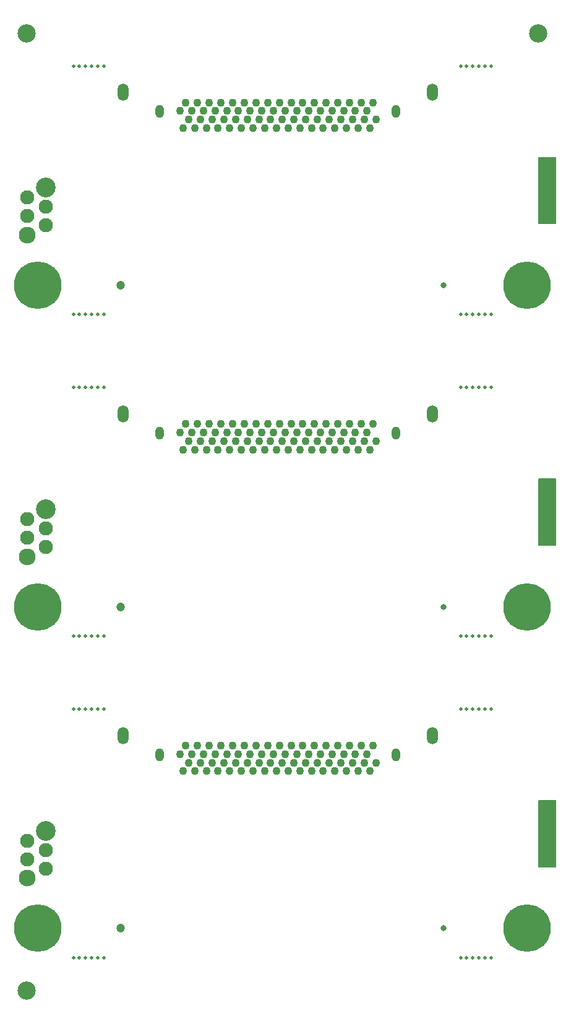
<source format=gbs>
G04 #@! TF.GenerationSoftware,KiCad,Pcbnew,8.0.6*
G04 #@! TF.CreationDate,2024-11-07T02:27:12-08:00*
G04 #@! TF.ProjectId,hvd-68-vhdci-panel,6876642d-3638-42d7-9668-6463692d7061,1*
G04 #@! TF.SameCoordinates,Original*
G04 #@! TF.FileFunction,Soldermask,Bot*
G04 #@! TF.FilePolarity,Negative*
%FSLAX46Y46*%
G04 Gerber Fmt 4.6, Leading zero omitted, Abs format (unit mm)*
G04 Created by KiCad (PCBNEW 8.0.6) date 2024-11-07 02:27:12*
%MOMM*%
%LPD*%
G01*
G04 APERTURE LIST*
%ADD10C,0.500000*%
%ADD11C,2.300000*%
%ADD12C,2.700000*%
%ADD13C,1.950000*%
%ADD14C,6.500000*%
%ADD15C,1.100000*%
%ADD16O,1.500000X2.350000*%
%ADD17O,1.200000X1.800000*%
%ADD18C,0.800000*%
%ADD19C,1.200000*%
%ADD20C,2.500000*%
G04 APERTURE END LIST*
D10*
G04 #@! TO.C,KiKit_MB_12_2*
X-62739400Y7002000D03*
G04 #@! TD*
G04 #@! TO.C,KiKit_MB_6_5*
X-62739400Y85002000D03*
G04 #@! TD*
G04 #@! TO.C,KiKit_MB_5_3*
X-10579801Y51002000D03*
G04 #@! TD*
G04 #@! TO.C,KiKit_MB_3_1*
X-13101000Y129002000D03*
G04 #@! TD*
G04 #@! TO.C,KiKit_MB_8_2*
X-62739400Y51002000D03*
G04 #@! TD*
G04 #@! TO.C,KiKit_MB_8_4*
X-64420199Y51002000D03*
G04 #@! TD*
G04 #@! TO.C,KiKit_MB_7_5*
X-9739401Y85002000D03*
G04 #@! TD*
G04 #@! TO.C,KiKit_MB_8_3*
X-63579800Y51002000D03*
G04 #@! TD*
G04 #@! TO.C,KiKit_MB_6_2*
X-65260599Y85002000D03*
G04 #@! TD*
G04 #@! TO.C,KiKit_MB_3_5*
X-9739401Y129002000D03*
G04 #@! TD*
G04 #@! TO.C,KiKit_MB_7_4*
X-10579801Y85002000D03*
G04 #@! TD*
G04 #@! TO.C,KiKit_MB_12_5*
X-65260599Y7002000D03*
G04 #@! TD*
G04 #@! TO.C,KiKit_MB_6_4*
X-63579800Y85002000D03*
G04 #@! TD*
G04 #@! TO.C,KiKit_MB_6_6*
X-61899000Y85002000D03*
G04 #@! TD*
D11*
G04 #@! TO.C,J3*
X-72440000Y17872000D03*
D12*
X-69900000Y24342000D03*
D13*
X-72440000Y23012000D03*
X-69900000Y21742000D03*
X-72440000Y20472000D03*
X-69900000Y19202000D03*
G04 #@! TD*
D14*
G04 #@! TO.C,H3*
X-71000000Y11002000D03*
G04 #@! TD*
D10*
G04 #@! TO.C,KiKit_MB_4_4*
X-64420199Y95002000D03*
G04 #@! TD*
G04 #@! TO.C,KiKit_MB_9_6*
X-13101000Y7002000D03*
G04 #@! TD*
G04 #@! TO.C,KiKit_MB_1_2*
X-9739401Y95002000D03*
G04 #@! TD*
D14*
G04 #@! TO.C,H3*
X-71000000Y99002000D03*
G04 #@! TD*
D10*
G04 #@! TO.C,KiKit_MB_12_3*
X-63579800Y7002000D03*
G04 #@! TD*
G04 #@! TO.C,KiKit_MB_10_3*
X-64420199Y41002000D03*
G04 #@! TD*
G04 #@! TO.C,KiKit_MB_7_3*
X-11420200Y85002000D03*
G04 #@! TD*
G04 #@! TO.C,KiKit_MB_11_2*
X-12260600Y41002000D03*
G04 #@! TD*
G04 #@! TO.C,KiKit_MB_10_4*
X-63579800Y41002000D03*
G04 #@! TD*
D11*
G04 #@! TO.C,J3*
X-72440000Y105872000D03*
D12*
X-69900000Y112342000D03*
D13*
X-72440000Y111012000D03*
X-69900000Y109742000D03*
X-72440000Y108472000D03*
X-69900000Y107202000D03*
G04 #@! TD*
D10*
G04 #@! TO.C,KiKit_MB_7_1*
X-13101000Y85002000D03*
G04 #@! TD*
G04 #@! TO.C,KiKit_MB_3_3*
X-11420200Y129002000D03*
G04 #@! TD*
G04 #@! TO.C,KiKit_MB_2_4*
X-63579800Y129002000D03*
G04 #@! TD*
G04 #@! TO.C,KiKit_MB_12_4*
X-64420199Y7002000D03*
G04 #@! TD*
G04 #@! TO.C,KiKit_MB_7_6*
X-8899001Y85002000D03*
G04 #@! TD*
G04 #@! TO.C,KiKit_MB_4_3*
X-63579800Y95002000D03*
G04 #@! TD*
D11*
G04 #@! TO.C,J3*
X-72440000Y61872000D03*
D12*
X-69900000Y68342000D03*
D13*
X-72440000Y67012000D03*
X-69900000Y65742000D03*
X-72440000Y64472000D03*
X-69900000Y63202000D03*
G04 #@! TD*
D15*
G04 #@! TO.C,J4*
X-51100000Y32517000D03*
X-50300000Y33667000D03*
X-49500000Y32517000D03*
X-48700000Y33667000D03*
X-47900000Y32517000D03*
X-47100000Y33667000D03*
X-46300000Y32517000D03*
X-45500000Y33667000D03*
X-44700000Y32517000D03*
X-43900000Y33667000D03*
X-43100000Y32517000D03*
X-42300000Y33667000D03*
X-41500000Y32517000D03*
X-40700000Y33667000D03*
X-39900000Y32517000D03*
X-39100000Y33667000D03*
X-38300000Y32517000D03*
X-37500000Y33667000D03*
X-36700000Y32517000D03*
X-35900000Y33667000D03*
X-35100000Y32517000D03*
X-34300000Y33667000D03*
X-33500000Y32517000D03*
X-32700000Y33667000D03*
X-31900000Y32517000D03*
X-31100000Y33667000D03*
X-30300000Y32517000D03*
X-29500000Y33667000D03*
X-28700000Y32517000D03*
X-27900000Y33667000D03*
X-27100000Y32517000D03*
X-26300000Y33667000D03*
X-25500000Y32517000D03*
X-24700000Y33667000D03*
X-51500000Y34867000D03*
X-50700000Y36017000D03*
X-49900000Y34867000D03*
X-49100000Y36017000D03*
X-48300000Y34867000D03*
X-47500000Y36017000D03*
X-46700000Y34867000D03*
X-45900000Y36017000D03*
X-45100000Y34867000D03*
X-44300000Y36017000D03*
X-43500000Y34867000D03*
X-42700000Y36017000D03*
X-41900000Y34867000D03*
X-41100000Y36017000D03*
X-40300000Y34867000D03*
X-39500000Y36017000D03*
X-38700000Y34867000D03*
X-37900000Y36017000D03*
X-37100000Y34867000D03*
X-36300000Y36017000D03*
X-35500000Y34867000D03*
X-34700000Y36017000D03*
X-33900000Y34867000D03*
X-33100000Y36017000D03*
X-32300000Y34867000D03*
X-31500000Y36017000D03*
X-30700000Y34867000D03*
X-29900000Y36017000D03*
X-29100000Y34867000D03*
X-28300000Y36017000D03*
X-27500000Y34867000D03*
X-26700000Y36017000D03*
X-25900000Y34867000D03*
X-25100000Y36017000D03*
D16*
X-16950000Y37397000D03*
D17*
X-21925000Y34767000D03*
X-54275000Y34767000D03*
D16*
X-59250000Y37397000D03*
G04 #@! TD*
D10*
G04 #@! TO.C,KiKit_MB_10_2*
X-65260599Y41002000D03*
G04 #@! TD*
G04 #@! TO.C,KiKit_MB_2_2*
X-65260599Y129002000D03*
G04 #@! TD*
G04 #@! TO.C,KiKit_MB_9_3*
X-10579801Y7002000D03*
G04 #@! TD*
G04 #@! TO.C,KiKit_MB_1_4*
X-11420200Y95002000D03*
G04 #@! TD*
G04 #@! TO.C,KiKit_MB_5_1*
X-8899001Y51002000D03*
G04 #@! TD*
D14*
G04 #@! TO.C,H3*
X-71000000Y55002000D03*
G04 #@! TD*
D10*
G04 #@! TO.C,KiKit_MB_5_4*
X-11420200Y51002000D03*
G04 #@! TD*
G04 #@! TO.C,KiKit_MB_11_6*
X-8899001Y41002000D03*
G04 #@! TD*
G04 #@! TO.C,KiKit_MB_9_4*
X-11420200Y7002000D03*
G04 #@! TD*
G04 #@! TO.C,KiKit_MB_4_1*
X-61899000Y95002000D03*
G04 #@! TD*
G04 #@! TO.C,KiKit_MB_3_6*
X-8899001Y129002000D03*
G04 #@! TD*
D18*
G04 #@! TO.C,J1*
X-15400000Y99002000D03*
D19*
X-59600000Y99002000D03*
G04 #@! TD*
D14*
G04 #@! TO.C,H4*
X-4000000Y11002000D03*
G04 #@! TD*
G04 #@! TO.C,H4*
X-4000000Y99002000D03*
G04 #@! TD*
D10*
G04 #@! TO.C,KiKit_MB_2_6*
X-61899000Y129002000D03*
G04 #@! TD*
G04 #@! TO.C,KiKit_MB_4_2*
X-62739400Y95002000D03*
G04 #@! TD*
G04 #@! TO.C,KiKit_MB_10_1*
X-66100999Y41002000D03*
G04 #@! TD*
D18*
G04 #@! TO.C,J1*
X-15400000Y55002000D03*
D19*
X-59600000Y55002000D03*
G04 #@! TD*
D10*
G04 #@! TO.C,KiKit_MB_11_1*
X-13101000Y41002000D03*
G04 #@! TD*
D14*
G04 #@! TO.C,H4*
X-4000000Y55002000D03*
G04 #@! TD*
D10*
G04 #@! TO.C,KiKit_MB_8_1*
X-61899000Y51002000D03*
G04 #@! TD*
G04 #@! TO.C,KiKit_MB_10_5*
X-62739400Y41002000D03*
G04 #@! TD*
D15*
G04 #@! TO.C,J4*
X-51100000Y120517000D03*
X-50300000Y121667000D03*
X-49500000Y120517000D03*
X-48700000Y121667000D03*
X-47900000Y120517000D03*
X-47100000Y121667000D03*
X-46300000Y120517000D03*
X-45500000Y121667000D03*
X-44700000Y120517000D03*
X-43900000Y121667000D03*
X-43100000Y120517000D03*
X-42300000Y121667000D03*
X-41500000Y120517000D03*
X-40700000Y121667000D03*
X-39900000Y120517000D03*
X-39100000Y121667000D03*
X-38300000Y120517000D03*
X-37500000Y121667000D03*
X-36700000Y120517000D03*
X-35900000Y121667000D03*
X-35100000Y120517000D03*
X-34300000Y121667000D03*
X-33500000Y120517000D03*
X-32700000Y121667000D03*
X-31900000Y120517000D03*
X-31100000Y121667000D03*
X-30300000Y120517000D03*
X-29500000Y121667000D03*
X-28700000Y120517000D03*
X-27900000Y121667000D03*
X-27100000Y120517000D03*
X-26300000Y121667000D03*
X-25500000Y120517000D03*
X-24700000Y121667000D03*
X-51500000Y122867000D03*
X-50700000Y124017000D03*
X-49900000Y122867000D03*
X-49100000Y124017000D03*
X-48300000Y122867000D03*
X-47500000Y124017000D03*
X-46700000Y122867000D03*
X-45900000Y124017000D03*
X-45100000Y122867000D03*
X-44300000Y124017000D03*
X-43500000Y122867000D03*
X-42700000Y124017000D03*
X-41900000Y122867000D03*
X-41100000Y124017000D03*
X-40300000Y122867000D03*
X-39500000Y124017000D03*
X-38700000Y122867000D03*
X-37900000Y124017000D03*
X-37100000Y122867000D03*
X-36300000Y124017000D03*
X-35500000Y122867000D03*
X-34700000Y124017000D03*
X-33900000Y122867000D03*
X-33100000Y124017000D03*
X-32300000Y122867000D03*
X-31500000Y124017000D03*
X-30700000Y122867000D03*
X-29900000Y124017000D03*
X-29100000Y122867000D03*
X-28300000Y124017000D03*
X-27500000Y122867000D03*
X-26700000Y124017000D03*
X-25900000Y122867000D03*
X-25100000Y124017000D03*
D16*
X-16950000Y125397000D03*
D17*
X-21925000Y122767000D03*
X-54275000Y122767000D03*
D16*
X-59250000Y125397000D03*
G04 #@! TD*
D10*
G04 #@! TO.C,KiKit_MB_8_5*
X-65260599Y51002000D03*
G04 #@! TD*
G04 #@! TO.C,KiKit_MB_2_3*
X-64420199Y129002000D03*
G04 #@! TD*
G04 #@! TO.C,KiKit_MB_6_1*
X-66100999Y85002000D03*
G04 #@! TD*
D15*
G04 #@! TO.C,J4*
X-51100000Y76517000D03*
X-50300000Y77667000D03*
X-49500000Y76517000D03*
X-48700000Y77667000D03*
X-47900000Y76517000D03*
X-47100000Y77667000D03*
X-46300000Y76517000D03*
X-45500000Y77667000D03*
X-44700000Y76517000D03*
X-43900000Y77667000D03*
X-43100000Y76517000D03*
X-42300000Y77667000D03*
X-41500000Y76517000D03*
X-40700000Y77667000D03*
X-39900000Y76517000D03*
X-39100000Y77667000D03*
X-38300000Y76517000D03*
X-37500000Y77667000D03*
X-36700000Y76517000D03*
X-35900000Y77667000D03*
X-35100000Y76517000D03*
X-34300000Y77667000D03*
X-33500000Y76517000D03*
X-32700000Y77667000D03*
X-31900000Y76517000D03*
X-31100000Y77667000D03*
X-30300000Y76517000D03*
X-29500000Y77667000D03*
X-28700000Y76517000D03*
X-27900000Y77667000D03*
X-27100000Y76517000D03*
X-26300000Y77667000D03*
X-25500000Y76517000D03*
X-24700000Y77667000D03*
X-51500000Y78867000D03*
X-50700000Y80017000D03*
X-49900000Y78867000D03*
X-49100000Y80017000D03*
X-48300000Y78867000D03*
X-47500000Y80017000D03*
X-46700000Y78867000D03*
X-45900000Y80017000D03*
X-45100000Y78867000D03*
X-44300000Y80017000D03*
X-43500000Y78867000D03*
X-42700000Y80017000D03*
X-41900000Y78867000D03*
X-41100000Y80017000D03*
X-40300000Y78867000D03*
X-39500000Y80017000D03*
X-38700000Y78867000D03*
X-37900000Y80017000D03*
X-37100000Y78867000D03*
X-36300000Y80017000D03*
X-35500000Y78867000D03*
X-34700000Y80017000D03*
X-33900000Y78867000D03*
X-33100000Y80017000D03*
X-32300000Y78867000D03*
X-31500000Y80017000D03*
X-30700000Y78867000D03*
X-29900000Y80017000D03*
X-29100000Y78867000D03*
X-28300000Y80017000D03*
X-27500000Y78867000D03*
X-26700000Y80017000D03*
X-25900000Y78867000D03*
X-25100000Y80017000D03*
D16*
X-16950000Y81397000D03*
D17*
X-21925000Y78767000D03*
X-54275000Y78767000D03*
D16*
X-59250000Y81397000D03*
G04 #@! TD*
D10*
G04 #@! TO.C,KiKit_MB_10_6*
X-61899000Y41002000D03*
G04 #@! TD*
G04 #@! TO.C,KiKit_MB_9_2*
X-9739401Y7002000D03*
G04 #@! TD*
G04 #@! TO.C,KiKit_MB_11_4*
X-10579801Y41002000D03*
G04 #@! TD*
G04 #@! TO.C,KiKit_MB_5_5*
X-12260600Y51002000D03*
G04 #@! TD*
G04 #@! TO.C,KiKit_MB_7_2*
X-12260600Y85002000D03*
G04 #@! TD*
G04 #@! TO.C,KiKit_MB_11_3*
X-11420200Y41002000D03*
G04 #@! TD*
G04 #@! TO.C,KiKit_MB_9_1*
X-8899001Y7002000D03*
G04 #@! TD*
G04 #@! TO.C,KiKit_MB_11_5*
X-9739401Y41002000D03*
G04 #@! TD*
G04 #@! TO.C,KiKit_MB_1_3*
X-10579801Y95002000D03*
G04 #@! TD*
G04 #@! TO.C,KiKit_MB_1_1*
X-8899001Y95002000D03*
G04 #@! TD*
G04 #@! TO.C,KiKit_MB_6_3*
X-64420199Y85002000D03*
G04 #@! TD*
D18*
G04 #@! TO.C,J1*
X-15400000Y11002000D03*
D19*
X-59600000Y11002000D03*
G04 #@! TD*
D10*
G04 #@! TO.C,KiKit_MB_1_6*
X-13101000Y95002000D03*
G04 #@! TD*
G04 #@! TO.C,KiKit_MB_5_6*
X-13101000Y51002000D03*
G04 #@! TD*
G04 #@! TO.C,KiKit_MB_2_5*
X-62739400Y129002000D03*
G04 #@! TD*
G04 #@! TO.C,KiKit_MB_2_1*
X-66100999Y129002000D03*
G04 #@! TD*
G04 #@! TO.C,KiKit_MB_4_5*
X-65260599Y95002000D03*
G04 #@! TD*
G04 #@! TO.C,KiKit_MB_12_6*
X-66100999Y7002000D03*
G04 #@! TD*
G04 #@! TO.C,KiKit_MB_12_1*
X-61899000Y7002000D03*
G04 #@! TD*
G04 #@! TO.C,KiKit_MB_8_6*
X-66100999Y51002000D03*
G04 #@! TD*
G04 #@! TO.C,KiKit_MB_5_2*
X-9739401Y51002000D03*
G04 #@! TD*
G04 #@! TO.C,KiKit_MB_4_6*
X-66100999Y95002000D03*
G04 #@! TD*
G04 #@! TO.C,KiKit_MB_3_2*
X-12260600Y129002000D03*
G04 #@! TD*
G04 #@! TO.C,KiKit_MB_9_5*
X-12260600Y7002000D03*
G04 #@! TD*
G04 #@! TO.C,KiKit_MB_3_4*
X-10579801Y129002000D03*
G04 #@! TD*
G04 #@! TO.C,KiKit_MB_1_5*
X-12260600Y95002000D03*
G04 #@! TD*
D20*
G04 #@! TO.C,KiKit_FID_B_2*
X-2500000Y133503500D03*
G04 #@! TD*
G04 #@! TO.C,KiKit_FID_B_1*
X-72500000Y133503500D03*
G04 #@! TD*
G04 #@! TO.C,KiKit_FID_B_3*
X-72500000Y2500000D03*
G04 #@! TD*
G36*
X-56961Y72532315D02*
G01*
X-11206Y72479511D01*
X0Y72428000D01*
X0Y63476000D01*
X-19685Y63408961D01*
X-72489Y63363206D01*
X-124000Y63352000D01*
X-2376000Y63352000D01*
X-2443039Y63371685D01*
X-2488794Y63424489D01*
X-2500000Y63476000D01*
X-2500000Y72428000D01*
X-2480315Y72495039D01*
X-2427511Y72540794D01*
X-2376000Y72552000D01*
X-124000Y72552000D01*
X-56961Y72532315D01*
G37*
G36*
X-56961Y116532315D02*
G01*
X-11206Y116479511D01*
X0Y116428000D01*
X0Y107476000D01*
X-19685Y107408961D01*
X-72489Y107363206D01*
X-124000Y107352000D01*
X-2376000Y107352000D01*
X-2443039Y107371685D01*
X-2488794Y107424489D01*
X-2500000Y107476000D01*
X-2500000Y116428000D01*
X-2480315Y116495039D01*
X-2427511Y116540794D01*
X-2376000Y116552000D01*
X-124000Y116552000D01*
X-56961Y116532315D01*
G37*
G36*
X-56961Y28532315D02*
G01*
X-11206Y28479511D01*
X0Y28428000D01*
X0Y19476000D01*
X-19685Y19408961D01*
X-72489Y19363206D01*
X-124000Y19352000D01*
X-2376000Y19352000D01*
X-2443039Y19371685D01*
X-2488794Y19424489D01*
X-2500000Y19476000D01*
X-2500000Y28428000D01*
X-2480315Y28495039D01*
X-2427511Y28540794D01*
X-2376000Y28552000D01*
X-124000Y28552000D01*
X-56961Y28532315D01*
G37*
M02*

</source>
